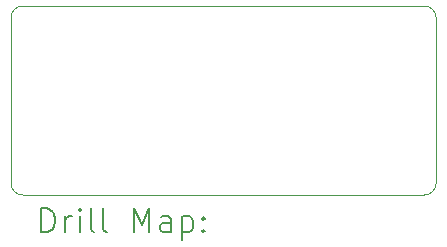
<source format=gbr>
%TF.GenerationSoftware,KiCad,Pcbnew,8.0.8*%
%TF.CreationDate,2025-04-24T20:58:01+02:00*%
%TF.ProjectId,ESC_PCB,4553435f-5043-4422-9e6b-696361645f70,rev?*%
%TF.SameCoordinates,Original*%
%TF.FileFunction,Drillmap*%
%TF.FilePolarity,Positive*%
%FSLAX45Y45*%
G04 Gerber Fmt 4.5, Leading zero omitted, Abs format (unit mm)*
G04 Created by KiCad (PCBNEW 8.0.8) date 2025-04-24 20:58:01*
%MOMM*%
%LPD*%
G01*
G04 APERTURE LIST*
%ADD10C,0.050000*%
%ADD11C,0.200000*%
G04 APERTURE END LIST*
D10*
X7100000Y-4500000D02*
G75*
G02*
X7200000Y-4400000I100000J0D01*
G01*
X7200000Y-4400000D02*
X10600000Y-4400000D01*
X10600000Y-6000000D02*
X7200000Y-6000000D01*
X10700000Y-5900000D02*
G75*
G02*
X10600000Y-6000000I-100000J0D01*
G01*
X10600000Y-4400000D02*
G75*
G02*
X10700000Y-4500000I0J-100000D01*
G01*
X10700000Y-4500000D02*
X10700000Y-5900000D01*
X7100000Y-5900000D02*
X7100000Y-4500000D01*
X7200000Y-6000000D02*
G75*
G02*
X7100000Y-5900000I0J100000D01*
G01*
D11*
X7358277Y-6313984D02*
X7358277Y-6113984D01*
X7358277Y-6113984D02*
X7405896Y-6113984D01*
X7405896Y-6113984D02*
X7434467Y-6123508D01*
X7434467Y-6123508D02*
X7453515Y-6142555D01*
X7453515Y-6142555D02*
X7463039Y-6161603D01*
X7463039Y-6161603D02*
X7472562Y-6199698D01*
X7472562Y-6199698D02*
X7472562Y-6228269D01*
X7472562Y-6228269D02*
X7463039Y-6266365D01*
X7463039Y-6266365D02*
X7453515Y-6285412D01*
X7453515Y-6285412D02*
X7434467Y-6304460D01*
X7434467Y-6304460D02*
X7405896Y-6313984D01*
X7405896Y-6313984D02*
X7358277Y-6313984D01*
X7558277Y-6313984D02*
X7558277Y-6180650D01*
X7558277Y-6218746D02*
X7567801Y-6199698D01*
X7567801Y-6199698D02*
X7577324Y-6190174D01*
X7577324Y-6190174D02*
X7596372Y-6180650D01*
X7596372Y-6180650D02*
X7615420Y-6180650D01*
X7682086Y-6313984D02*
X7682086Y-6180650D01*
X7682086Y-6113984D02*
X7672562Y-6123508D01*
X7672562Y-6123508D02*
X7682086Y-6133031D01*
X7682086Y-6133031D02*
X7691610Y-6123508D01*
X7691610Y-6123508D02*
X7682086Y-6113984D01*
X7682086Y-6113984D02*
X7682086Y-6133031D01*
X7805896Y-6313984D02*
X7786848Y-6304460D01*
X7786848Y-6304460D02*
X7777324Y-6285412D01*
X7777324Y-6285412D02*
X7777324Y-6113984D01*
X7910658Y-6313984D02*
X7891610Y-6304460D01*
X7891610Y-6304460D02*
X7882086Y-6285412D01*
X7882086Y-6285412D02*
X7882086Y-6113984D01*
X8139229Y-6313984D02*
X8139229Y-6113984D01*
X8139229Y-6113984D02*
X8205896Y-6256841D01*
X8205896Y-6256841D02*
X8272562Y-6113984D01*
X8272562Y-6113984D02*
X8272562Y-6313984D01*
X8453515Y-6313984D02*
X8453515Y-6209222D01*
X8453515Y-6209222D02*
X8443991Y-6190174D01*
X8443991Y-6190174D02*
X8424944Y-6180650D01*
X8424944Y-6180650D02*
X8386848Y-6180650D01*
X8386848Y-6180650D02*
X8367801Y-6190174D01*
X8453515Y-6304460D02*
X8434467Y-6313984D01*
X8434467Y-6313984D02*
X8386848Y-6313984D01*
X8386848Y-6313984D02*
X8367801Y-6304460D01*
X8367801Y-6304460D02*
X8358277Y-6285412D01*
X8358277Y-6285412D02*
X8358277Y-6266365D01*
X8358277Y-6266365D02*
X8367801Y-6247317D01*
X8367801Y-6247317D02*
X8386848Y-6237793D01*
X8386848Y-6237793D02*
X8434467Y-6237793D01*
X8434467Y-6237793D02*
X8453515Y-6228269D01*
X8548753Y-6180650D02*
X8548753Y-6380650D01*
X8548753Y-6190174D02*
X8567801Y-6180650D01*
X8567801Y-6180650D02*
X8605896Y-6180650D01*
X8605896Y-6180650D02*
X8624944Y-6190174D01*
X8624944Y-6190174D02*
X8634467Y-6199698D01*
X8634467Y-6199698D02*
X8643991Y-6218746D01*
X8643991Y-6218746D02*
X8643991Y-6275888D01*
X8643991Y-6275888D02*
X8634467Y-6294936D01*
X8634467Y-6294936D02*
X8624944Y-6304460D01*
X8624944Y-6304460D02*
X8605896Y-6313984D01*
X8605896Y-6313984D02*
X8567801Y-6313984D01*
X8567801Y-6313984D02*
X8548753Y-6304460D01*
X8729705Y-6294936D02*
X8739229Y-6304460D01*
X8739229Y-6304460D02*
X8729705Y-6313984D01*
X8729705Y-6313984D02*
X8720182Y-6304460D01*
X8720182Y-6304460D02*
X8729705Y-6294936D01*
X8729705Y-6294936D02*
X8729705Y-6313984D01*
X8729705Y-6190174D02*
X8739229Y-6199698D01*
X8739229Y-6199698D02*
X8729705Y-6209222D01*
X8729705Y-6209222D02*
X8720182Y-6199698D01*
X8720182Y-6199698D02*
X8729705Y-6190174D01*
X8729705Y-6190174D02*
X8729705Y-6209222D01*
M02*

</source>
